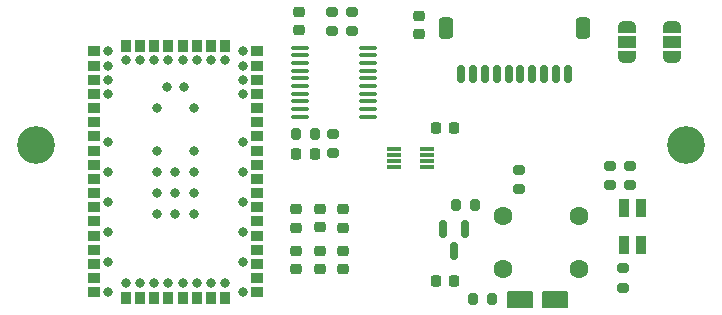
<source format=gbr>
%TF.GenerationSoftware,KiCad,Pcbnew,8.0.7*%
%TF.CreationDate,2025-04-13T14:38:49-04:00*%
%TF.ProjectId,radio,72616469-6f2e-46b6-9963-61645f706362,rev?*%
%TF.SameCoordinates,Original*%
%TF.FileFunction,Soldermask,Top*%
%TF.FilePolarity,Negative*%
%FSLAX46Y46*%
G04 Gerber Fmt 4.6, Leading zero omitted, Abs format (unit mm)*
G04 Created by KiCad (PCBNEW 8.0.7) date 2025-04-13 14:38:49*
%MOMM*%
%LPD*%
G01*
G04 APERTURE LIST*
G04 Aperture macros list*
%AMRoundRect*
0 Rectangle with rounded corners*
0 $1 Rounding radius*
0 $2 $3 $4 $5 $6 $7 $8 $9 X,Y pos of 4 corners*
0 Add a 4 corners polygon primitive as box body*
4,1,4,$2,$3,$4,$5,$6,$7,$8,$9,$2,$3,0*
0 Add four circle primitives for the rounded corners*
1,1,$1+$1,$2,$3*
1,1,$1+$1,$4,$5*
1,1,$1+$1,$6,$7*
1,1,$1+$1,$8,$9*
0 Add four rect primitives between the rounded corners*
20,1,$1+$1,$2,$3,$4,$5,0*
20,1,$1+$1,$4,$5,$6,$7,0*
20,1,$1+$1,$6,$7,$8,$9,0*
20,1,$1+$1,$8,$9,$2,$3,0*%
%AMFreePoly0*
4,1,19,0.550000,-0.750000,0.000000,-0.750000,0.000000,-0.744911,-0.071157,-0.744911,-0.207708,-0.704816,-0.327430,-0.627875,-0.420627,-0.520320,-0.479746,-0.390866,-0.500000,-0.250000,-0.500000,0.250000,-0.479746,0.390866,-0.420627,0.520320,-0.327430,0.627875,-0.207708,0.704816,-0.071157,0.744911,0.000000,0.744911,0.000000,0.750000,0.550000,0.750000,0.550000,-0.750000,0.550000,-0.750000,
$1*%
%AMFreePoly1*
4,1,19,0.000000,0.744911,0.071157,0.744911,0.207708,0.704816,0.327430,0.627875,0.420627,0.520320,0.479746,0.390866,0.500000,0.250000,0.500000,-0.250000,0.479746,-0.390866,0.420627,-0.520320,0.327430,-0.627875,0.207708,-0.704816,0.071157,-0.744911,0.000000,-0.744911,0.000000,-0.750000,-0.550000,-0.750000,-0.550000,0.750000,0.000000,0.750000,0.000000,0.744911,0.000000,0.744911,
$1*%
%AMFreePoly2*
4,1,6,1.037000,0.000000,0.437000,-0.600000,-0.150000,-0.600000,-0.150000,0.600000,0.437000,0.600000,1.037000,0.000000,1.037000,0.000000,$1*%
%AMFreePoly3*
4,1,6,0.150000,-0.600000,-1.037000,-0.600000,-0.437000,0.000000,-1.037000,0.600000,0.150000,0.600000,0.150000,-0.600000,0.150000,-0.600000,$1*%
G04 Aperture macros list end*
%ADD10C,0.160000*%
%ADD11R,1.000000X0.900000*%
%ADD12R,0.900000X1.000000*%
%ADD13C,0.800000*%
%ADD14RoundRect,0.087500X-0.537500X-0.087500X0.537500X-0.087500X0.537500X0.087500X-0.537500X0.087500X0*%
%ADD15FreePoly0,90.000000*%
%ADD16R,1.500000X1.000000*%
%ADD17FreePoly1,90.000000*%
%ADD18RoundRect,0.225000X-0.250000X0.225000X-0.250000X-0.225000X0.250000X-0.225000X0.250000X0.225000X0*%
%ADD19RoundRect,0.200000X0.275000X-0.200000X0.275000X0.200000X-0.275000X0.200000X-0.275000X-0.200000X0*%
%ADD20RoundRect,0.225000X0.250000X-0.225000X0.250000X0.225000X-0.250000X0.225000X-0.250000X-0.225000X0*%
%ADD21RoundRect,0.200000X-0.200000X-0.275000X0.200000X-0.275000X0.200000X0.275000X-0.200000X0.275000X0*%
%ADD22FreePoly2,0.000000*%
%ADD23FreePoly3,0.000000*%
%ADD24RoundRect,0.150000X-0.150000X0.587500X-0.150000X-0.587500X0.150000X-0.587500X0.150000X0.587500X0*%
%ADD25C,1.600000*%
%ADD26R,0.900000X1.500000*%
%ADD27RoundRect,0.100000X-0.637500X-0.100000X0.637500X-0.100000X0.637500X0.100000X-0.637500X0.100000X0*%
%ADD28RoundRect,0.225000X-0.225000X-0.250000X0.225000X-0.250000X0.225000X0.250000X-0.225000X0.250000X0*%
%ADD29RoundRect,0.200000X-0.275000X0.200000X-0.275000X-0.200000X0.275000X-0.200000X0.275000X0.200000X0*%
%ADD30C,3.200000*%
%ADD31RoundRect,0.150000X0.150000X0.625000X-0.150000X0.625000X-0.150000X-0.625000X0.150000X-0.625000X0*%
%ADD32RoundRect,0.250000X0.350000X0.650000X-0.350000X0.650000X-0.350000X-0.650000X0.350000X-0.650000X0*%
%ADD33RoundRect,0.225000X0.225000X0.250000X-0.225000X0.250000X-0.225000X-0.250000X0.225000X-0.250000X0*%
G04 APERTURE END LIST*
D10*
%TO.C,JP2*%
X165450000Y-112700000D02*
X163450000Y-112700000D01*
X163450000Y-111500000D01*
X165450000Y-111500000D01*
X165450000Y-112700000D01*
G36*
X165450000Y-112700000D02*
G01*
X163450000Y-112700000D01*
X163450000Y-111500000D01*
X165450000Y-111500000D01*
X165450000Y-112700000D01*
G37*
%TO.C,JP1*%
X168450000Y-112700000D02*
X166450000Y-112700000D01*
X166450000Y-111500000D01*
X168450000Y-111500000D01*
X168450000Y-112700000D01*
G36*
X168450000Y-112700000D02*
G01*
X166450000Y-112700000D01*
X166450000Y-111500000D01*
X168450000Y-111500000D01*
X168450000Y-112700000D01*
G37*
%TD*%
D11*
%TO.C,U2*%
X142200000Y-111500000D03*
X142200000Y-110300000D03*
X142200000Y-109100000D03*
X142200000Y-107900000D03*
X142200000Y-106700000D03*
X142200000Y-105500000D03*
X142200000Y-104300000D03*
X142200000Y-103100000D03*
X142200000Y-101900000D03*
X142200000Y-100700000D03*
X142200000Y-99500000D03*
X142200000Y-98300000D03*
X142200000Y-97100000D03*
X142200000Y-95900000D03*
X142200000Y-94700000D03*
X142200000Y-93500000D03*
X142200000Y-92300000D03*
X142200000Y-91100000D03*
D12*
X139500000Y-90650000D03*
X138300000Y-90650000D03*
X137100000Y-90650000D03*
X135900000Y-90650000D03*
X134700000Y-90650000D03*
X133500000Y-90650000D03*
X132300000Y-90650000D03*
X131100000Y-90650000D03*
D11*
X128400000Y-91100000D03*
X128400000Y-92300000D03*
X128400000Y-93500000D03*
X128400000Y-94700000D03*
X128400000Y-95900000D03*
X128400000Y-97100000D03*
X128400000Y-98300000D03*
X128400000Y-99500000D03*
X128400000Y-100700000D03*
X128400000Y-101900000D03*
X128400000Y-103100000D03*
X128400000Y-104300000D03*
X128400000Y-105500000D03*
X128400000Y-106700000D03*
X128400000Y-107900000D03*
X128400000Y-109100000D03*
X128400000Y-110300000D03*
X128400000Y-111500000D03*
D12*
X131100000Y-111950000D03*
X132300000Y-111950000D03*
X133500000Y-111950000D03*
X134700000Y-111950000D03*
X135900000Y-111950000D03*
X137100000Y-111950000D03*
X138300000Y-111950000D03*
X139500000Y-111950000D03*
D13*
X141000000Y-94700000D03*
X141000000Y-93500000D03*
X141000000Y-92300000D03*
X141000000Y-91100000D03*
X139500000Y-91850000D03*
X138300000Y-91850000D03*
X137100000Y-91850000D03*
X135900000Y-91850000D03*
X134700000Y-91850000D03*
X133500000Y-91850000D03*
X132300000Y-91850000D03*
X131100000Y-91850000D03*
X129600000Y-91100000D03*
X129600000Y-92300000D03*
X129600000Y-93500000D03*
X129600000Y-94700000D03*
X131100000Y-110750000D03*
X132300000Y-110750000D03*
X133500000Y-110750000D03*
X134700000Y-110750000D03*
X135900000Y-110750000D03*
X137100000Y-110750000D03*
X138300000Y-110750000D03*
X139500000Y-110750000D03*
X136840000Y-95900000D03*
X136000000Y-94100000D03*
X134600000Y-94100000D03*
X133760000Y-95900000D03*
X133760000Y-99500000D03*
X133760000Y-101300000D03*
X133760000Y-103100000D03*
X133760000Y-104900000D03*
X135300000Y-104900000D03*
X135300000Y-103100000D03*
X135300000Y-101300000D03*
X136840000Y-99500000D03*
X136840000Y-101300000D03*
X136840000Y-103100000D03*
X136840000Y-104900000D03*
X141000000Y-98810000D03*
X129600000Y-98810000D03*
X141000000Y-101350000D03*
X129600000Y-101350000D03*
X141000000Y-103890000D03*
X129600000Y-103890000D03*
X141000000Y-106430000D03*
X129600000Y-106430000D03*
X141000000Y-108970000D03*
X129600000Y-108970000D03*
X141000000Y-111510000D03*
X129600000Y-111510000D03*
%TD*%
D14*
%TO.C,U1*%
X153800000Y-99350000D03*
X153800000Y-99850000D03*
X153800000Y-100350000D03*
X153800000Y-100850000D03*
X156600000Y-100850000D03*
X156600000Y-100350000D03*
X156600000Y-99850000D03*
X156600000Y-99350000D03*
%TD*%
D15*
%TO.C,JP3*%
X173542500Y-91600000D03*
D16*
X173542500Y-90300000D03*
D17*
X173542500Y-89000000D03*
%TD*%
D18*
%TO.C,C1*%
X147500000Y-104450000D03*
X147500000Y-106000000D03*
%TD*%
D19*
%TO.C,R6*%
X148600000Y-99725000D03*
X148600000Y-98075000D03*
%TD*%
D20*
%TO.C,C10*%
X149500000Y-109525000D03*
X149500000Y-107975000D03*
%TD*%
D21*
%TO.C,R8*%
X159025000Y-104100000D03*
X160675000Y-104100000D03*
%TD*%
D22*
%TO.C,JP2*%
X163600000Y-112100000D03*
D23*
X165300000Y-112100000D03*
%TD*%
D24*
%TO.C,Q1*%
X159850000Y-106162500D03*
X157950000Y-106162500D03*
X158900000Y-108037500D03*
%TD*%
D25*
%TO.C,SW1*%
X163000000Y-105000000D03*
X169500000Y-105000000D03*
X163000000Y-109500000D03*
X169500000Y-109500000D03*
%TD*%
D26*
%TO.C,D1*%
X174700000Y-107450000D03*
X173300000Y-107450000D03*
X174700000Y-104350000D03*
X173300000Y-104350000D03*
%TD*%
D27*
%TO.C,U3*%
X145837500Y-90775000D03*
X145837500Y-91425000D03*
X145837500Y-92075000D03*
X145837500Y-92725000D03*
X145837500Y-93375000D03*
X145837500Y-94025000D03*
X145837500Y-94675000D03*
X145837500Y-95325000D03*
X145837500Y-95975000D03*
X145837500Y-96625000D03*
X151562500Y-96625000D03*
X151562500Y-95975000D03*
X151562500Y-95325000D03*
X151562500Y-94675000D03*
X151562500Y-94025000D03*
X151562500Y-93375000D03*
X151562500Y-92725000D03*
X151562500Y-92075000D03*
X151562500Y-91425000D03*
X151562500Y-90775000D03*
%TD*%
D19*
%TO.C,R4*%
X164400000Y-102775000D03*
X164400000Y-101125000D03*
%TD*%
D28*
%TO.C,C8*%
X145525000Y-99800000D03*
X147075000Y-99800000D03*
%TD*%
D18*
%TO.C,C5*%
X145800000Y-87775000D03*
X145800000Y-89325000D03*
%TD*%
D29*
%TO.C,R9*%
X150250000Y-87725000D03*
X150250000Y-89375000D03*
%TD*%
D30*
%TO.C,H1*%
X123500000Y-99000000D03*
%TD*%
D15*
%TO.C,JP4*%
X177300000Y-91600000D03*
D16*
X177300000Y-90300000D03*
D17*
X177300000Y-89000000D03*
%TD*%
D28*
%TO.C,C9*%
X157325000Y-110500000D03*
X158875000Y-110500000D03*
%TD*%
D29*
%TO.C,R1*%
X173800000Y-100775000D03*
X173800000Y-102425000D03*
%TD*%
D20*
%TO.C,C3*%
X145500000Y-109525000D03*
X145500000Y-107975000D03*
%TD*%
D19*
%TO.C,R3*%
X173200000Y-111125000D03*
X173200000Y-109475000D03*
%TD*%
D20*
%TO.C,C2*%
X147500000Y-109550000D03*
X147500000Y-108000000D03*
%TD*%
D18*
%TO.C,C4*%
X145500000Y-104475000D03*
X145500000Y-106025000D03*
%TD*%
%TO.C,C6*%
X155950000Y-88075000D03*
X155950000Y-89625000D03*
%TD*%
D29*
%TO.C,R2*%
X172100000Y-100800000D03*
X172100000Y-102450000D03*
%TD*%
D30*
%TO.C,H2*%
X178500000Y-99000000D03*
%TD*%
D21*
%TO.C,R5*%
X160475000Y-112100000D03*
X162125000Y-112100000D03*
%TD*%
D31*
%TO.C,J1*%
X168500000Y-93000000D03*
X167500000Y-93000000D03*
X166500000Y-93000000D03*
X165500000Y-93000000D03*
X164500000Y-93000000D03*
X163500000Y-93000000D03*
X162500000Y-93000000D03*
X161500000Y-93000000D03*
X160500000Y-93000000D03*
X159500000Y-93000000D03*
D32*
X169800000Y-89125000D03*
X158200000Y-89125000D03*
%TD*%
D29*
%TO.C,R7*%
X148550000Y-87725000D03*
X148550000Y-89375000D03*
%TD*%
D22*
%TO.C,JP1*%
X166600000Y-112100000D03*
D23*
X168300000Y-112100000D03*
%TD*%
D33*
%TO.C,C7*%
X158875000Y-97550000D03*
X157325000Y-97550000D03*
%TD*%
D21*
%TO.C,R10*%
X145475000Y-98100000D03*
X147125000Y-98100000D03*
%TD*%
D18*
%TO.C,C11*%
X149500000Y-104475000D03*
X149500000Y-106025000D03*
%TD*%
M02*

</source>
